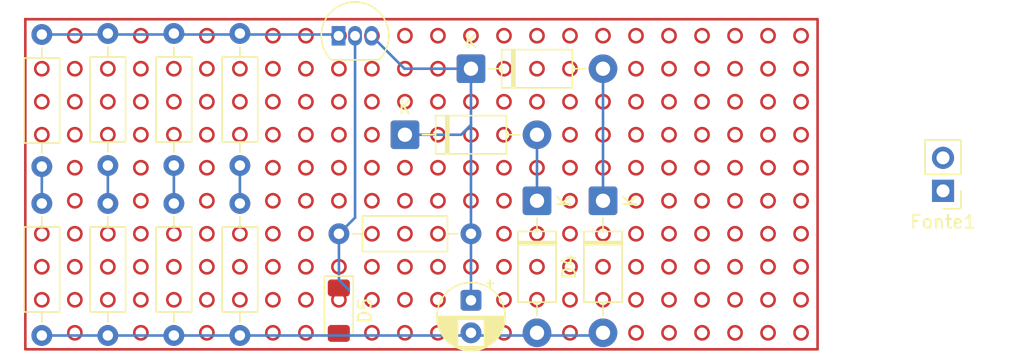
<source format=kicad_pcb>
(kicad_pcb (version 20241229) (generator "pcbnew") (generator_version "9.0")
  (layers (0 "F.Cu" signal) (2 "B.Cu" signal) (13 "F.Paste" user) (15 "B.Paste" user) (5 "F.SilkS" user "F.Silkscreen") (7 "B.SilkS" user "B.Silkscreen") (1 "F.Mask" user) (3 "B.Mask" user) (25 "Edge.Cuts" user))
  (net 0 "")
  (net 1 "Net-(D1-K)")
  (net 2 "GND")
  (net 3 "Net-(D1-A)")
  (net 4 "Net-(D3-A)")
  (net 5 "Net-(D5-K)")
  (net 6 "Net-(Q1-E)")
  (net 7 "Net-(R1-Pad2)")
  (net 8 "Net-(R2-Pad2)")
  (net 9 "Net-(R5-Pad2)")
  (net 10 "Net-(R7-Pad2)")
  (footprint "Diode_THT:D_DO-41_SOD81_P10.16mm_Horizontal" (layer "F.Cu") (at 174.498 82.042 -90)
    (property "Reference" "D4" (at 5.08 -2.47 90) (layer "F.SilkS"))
    (property "Value" "D")
    (fp_line (start 1.34 0) (end 2.36 0) (stroke (width 0.12)) (layer "F.SilkS"))
    (fp_line (start 8.82 0) (end 7.8 0) (stroke (width 0.12)) (layer "F.SilkS"))
    (fp_line (start 3.14 -1.47) (end 3.14 1.47) (stroke (width 0.12)) (layer "F.SilkS"))
    (fp_line (start 3.26 -1.47) (end 3.26 1.47) (stroke (width 0.12)) (layer "F.SilkS"))
    (fp_line (start 3.38 -1.47) (end 3.38 1.47) (stroke (width 0.12)) (layer "F.SilkS"))
    (fp_rect (start 2.36 -1.47) (end 7.8 1.47) (stroke (width 0.12)) (fill no) (layer "F.SilkS"))
    (fp_text user "K" (at 0 -2.1 90) (layer "F.SilkS"))
    (pad "1" thru_hole roundrect (at 0 0 270) (size 2.2 2.2) (drill 1.1) (layers "*.Cu" "*.Mask") (roundrect_rratio 0.113636) (net 4 "Net-(D3-A)"))
    (pad "2" thru_hole circle (at 10.16 0 270) (size 2.2 2.2) (drill 1.1) (layers "*.Cu" "*.Mask") (net 2 "GND"))
  )
  (footprint "Resistor_THT:R_Axial_DIN0207_L6.3mm_D2.5mm_P10.16mm_Horizontal" (layer "F.Cu") (at 146.558 82.25 -90)
    (property "Reference" "R4" (hide yes))
    (property "Value" "10R")
    (fp_line (start 1.04 0) (end 1.81 0) (stroke (width 0.12)) (layer "F.SilkS"))
    (fp_line (start 9.12 0) (end 8.35 0) (stroke (width 0.12)) (layer "F.SilkS"))
    (fp_rect (start 1.81 -1.37) (end 8.35 1.37) (stroke (width 0.12)) (fill no) (layer "F.SilkS"))
    (pad "1" thru_hole circle (at 0 0 270) (size 1.6 1.6) (drill 0.8) (layers "*.Cu" "*.Mask") (net 8 "Net-(R2-Pad2)"))
    (pad "2" thru_hole circle (at 10.16 0 270) (size 1.6 1.6) (drill 0.8) (layers "*.Cu" "*.Mask") (net 2 "GND"))
  )
  (footprint "Connector_PinHeader_2.54mm:PinHeader_1x02_P2.54mm_Vertical" (layer "F.Cu") (at 205.74 81.28 180)
    (property "Reference" "Fonte1" (at 0 -2.38 0) (layer "F.SilkS"))
    (property "Value" "Conn_01x02_Pin")
    (fp_line (start 1.38 1.27) (end 1.38 3.92) (stroke (width 0.12)) (layer "F.SilkS"))
    (fp_line (start -1.38 3.92) (end 1.38 3.92) (stroke (width 0.12)) (layer "F.SilkS"))
    (fp_line (start -1.38 1.27) (end 1.38 1.27) (stroke (width 0.12)) (layer "F.SilkS"))
    (fp_line (start -1.38 1.27) (end -1.38 3.92) (stroke (width 0.12)) (layer "F.SilkS"))
    (fp_line (start -1.38 0) (end -1.38 -1.38) (stroke (width 0.12)) (layer "F.SilkS"))
    (fp_line (start -1.38 -1.38) (end 0 -1.38) (stroke (width 0.12)) (layer "F.SilkS"))
    (pad "1" thru_hole rect (at 0 0 180) (size 1.7 1.7) (drill 1) (layers "*.Cu" "*.Mask") (net 4 "Net-(D3-A)"))
    (pad "2" thru_hole circle (at 0 2.54 180) (size 1.7 1.7) (drill 1) (layers "*.Cu" "*.Mask") (net 3 "Net-(D1-A)"))
  )
  (footprint "Resistor_THT:R_Axial_DIN0207_L6.3mm_D2.5mm_P10.16mm_Horizontal" (layer "F.Cu") (at 136.398 82.25 -90)
    (property "Reference" "R8" (hide yes))
    (property "Value" "10R")
    (fp_line (start 1.04 0) (end 1.81 0) (stroke (width 0.12)) (layer "F.SilkS"))
    (fp_line (start 9.12 0) (end 8.35 0) (stroke (width 0.12)) (layer "F.SilkS"))
    (fp_rect (start 1.81 -1.37) (end 8.35 1.37) (stroke (width 0.12)) (fill no) (layer "F.SilkS"))
    (pad "1" thru_hole circle (at 0 0 270) (size 1.6 1.6) (drill 0.8) (layers "*.Cu" "*.Mask") (net 10 "Net-(R7-Pad2)"))
    (pad "2" thru_hole circle (at 10.16 0 270) (size 1.6 1.6) (drill 0.8) (layers "*.Cu" "*.Mask") (net 2 "GND"))
  )
  (footprint "Diode_THT:D_DO-41_SOD81_P10.16mm_Horizontal" (layer "F.Cu") (at 179.578 82.042 -90)
    (property "Reference" "D2" (hide yes))
    (property "Value" "D")
    (fp_line (start 1.34 0) (end 2.36 0) (stroke (width 0.12)) (layer "F.SilkS"))
    (fp_line (start 8.82 0) (end 7.8 0) (stroke (width 0.12)) (layer "F.SilkS"))
    (fp_line (start 3.14 -1.47) (end 3.14 1.47) (stroke (width 0.12)) (layer "F.SilkS"))
    (fp_line (start 3.26 -1.47) (end 3.26 1.47) (stroke (width 0.12)) (layer "F.SilkS"))
    (fp_line (start 3.38 -1.47) (end 3.38 1.47) (stroke (width 0.12)) (layer "F.SilkS"))
    (fp_rect (start 2.36 -1.47) (end 7.8 1.47) (stroke (width 0.12)) (fill no) (layer "F.SilkS"))
    (fp_text user "K" (at 0 -2.1 90) (layer "F.SilkS"))
    (pad "1" thru_hole roundrect (at 0 0 270) (size 2.2 2.2) (drill 1.1) (layers "*.Cu" "*.Mask") (roundrect_rratio 0.113636) (net 3 "Net-(D1-A)"))
    (pad "2" thru_hole circle (at 10.16 0 270) (size 2.2 2.2) (drill 1.1) (layers "*.Cu" "*.Mask") (net 2 "GND"))
  )
  (footprint "Resistor_THT:R_Axial_DIN0207_L6.3mm_D2.5mm_P10.16mm_Horizontal" (layer "F.Cu") (at 151.638 69.17 -90)
    (property "Reference" "R1" (hide yes))
    (property "Value" "270R")
    (fp_line (start 1.04 0) (end 1.81 0) (stroke (width 0.12)) (layer "F.SilkS"))
    (fp_line (start 9.12 0) (end 8.35 0) (stroke (width 0.12)) (layer "F.SilkS"))
    (fp_rect (start 1.81 -1.37) (end 8.35 1.37) (stroke (width 0.12)) (fill no) (layer "F.SilkS"))
    (pad "1" thru_hole circle (at 0 0 270) (size 1.6 1.6) (drill 0.8) (layers "*.Cu" "*.Mask") (net 6 "Net-(Q1-E)"))
    (pad "2" thru_hole circle (at 10.16 0 270) (size 1.6 1.6) (drill 0.8) (layers "*.Cu" "*.Mask") (net 7 "Net-(R1-Pad2)"))
  )
  (footprint "Diode_THT:D_DO-41_SOD81_P10.16mm_Horizontal" (layer "F.Cu") (at 169.418 71.882)
    (property "Reference" "D1" (hide yes))
    (property "Value" "D")
    (fp_line (start 1.34 0) (end 2.36 0) (stroke (width 0.12)) (layer "F.SilkS"))
    (fp_line (start 3.14 -1.47) (end 3.14 1.47) (stroke (width 0.12)) (layer "F.SilkS"))
    (fp_line (start 3.26 -1.47) (end 3.26 1.47) (stroke (width 0.12)) (layer "F.SilkS"))
    (fp_line (start 3.38 -1.47) (end 3.38 1.47) (stroke (width 0.12)) (layer "F.SilkS"))
    (fp_line (start 8.82 0) (end 7.8 0) (stroke (width 0.12)) (layer "F.SilkS"))
    (fp_rect (start 2.36 -1.47) (end 7.8 1.47) (stroke (width 0.12)) (fill no) (layer "F.SilkS"))
    (fp_text user "K" (at 0 -2.1 0) (layer "F.SilkS"))
    (pad "1" thru_hole roundrect (at 0 0) (size 2.2 2.2) (drill 1.1) (layers "*.Cu" "*.Mask") (roundrect_rratio 0.113636) (net 1 "Net-(D1-K)"))
    (pad "2" thru_hole circle (at 10.16 0) (size 2.2 2.2) (drill 1.1) (layers "*.Cu" "*.Mask") (net 3 "Net-(D1-A)"))
  )
  (footprint "Resistor_THT:R_Axial_DIN0207_L6.3mm_D2.5mm_P10.16mm_Horizontal" (layer "F.Cu") (at 136.398 69.25 -90)
    (property "Reference" "R7" (hide yes))
    (property "Value" "270R")
    (fp_line (start 1.04 0) (end 1.81 0) (stroke (width 0.12)) (layer "F.SilkS"))
    (fp_line (start 9.12 0) (end 8.35 0) (stroke (width 0.12)) (layer "F.SilkS"))
    (fp_rect (start 1.81 -1.37) (end 8.35 1.37) (stroke (width 0.12)) (fill no) (layer "F.SilkS"))
    (pad "1" thru_hole circle (at 0 0 270) (size 1.6 1.6) (drill 0.8) (layers "*.Cu" "*.Mask") (net 6 "Net-(Q1-E)"))
    (pad "2" thru_hole circle (at 10.16 0 270) (size 1.6 1.6) (drill 0.8) (layers "*.Cu" "*.Mask") (net 10 "Net-(R7-Pad2)"))
  )
  (footprint "Capacitor_THT:CP_Radial_D5.0mm_P2.50mm" (layer "F.Cu") (at 169.418 89.702 -90)
    (property "Reference" "C1" (hide yes))
    (property "Value" "4000uF")
    (fp_line (start 1.49 1.04) (end 1.49 2.569) (stroke (width 0.12)) (layer "F.SilkS"))
    (fp_line (start 1.53 1.04) (end 1.53 2.565) (stroke (width 0.12)) (layer "F.SilkS"))
    (fp_line (start 1.57 1.04) (end 1.57 2.56) (stroke (width 0.12)) (layer "F.SilkS"))
    (fp_line (start 1.61 1.04) (end 1.61 2.555) (stroke (width 0.12)) (layer "F.SilkS"))
    (fp_line (start 1.65 1.04) (end 1.65 2.549) (stroke (width 0.12)) (layer "F.SilkS"))
    (fp_line (start 1.69 1.04) (end 1.69 2.543) (stroke (width 0.12)) (layer "F.SilkS"))
    (fp_line (start 1.73 1.04) (end 1.73 2.536) (stroke (width 0.12)) (layer "F.SilkS"))
    (fp_line (start 1.77 1.04) (end 1.77 2.528) (stroke (width 0.12)) (layer "F.SilkS"))
    (fp_line (start 1.81 1.04) (end 1.81 2.519) (stroke (width 0.12)) (layer "F.SilkS"))
    (fp_line (start 1.85 1.04) (end 1.85 2.51) (stroke (width 0.12)) (layer "F.SilkS"))
    (fp_line (start 1.89 1.04) (end 1.89 2.501) (stroke (width 0.12)) (layer "F.SilkS"))
    (fp_line (start 1.93 1.04) (end 1.93 2.49) (stroke (width 0.12)) (layer "F.SilkS"))
    (fp_line (start 1.97 1.04) (end 1.97 2.479) (stroke (width 0.12)) (layer "F.SilkS"))
    (fp_line (start 2.01 1.04) (end 2.01 2.467) (stroke (width 0.12)) (layer "F.SilkS"))
    (fp_line (start 2.05 1.04) (end 2.05 2.455) (stroke (width 0.12)) (layer "F.SilkS"))
    (fp_line (start 2.09 1.04) (end 2.09 2.442) (stroke (width 0.12)) (layer "F.SilkS"))
    (fp_line (start 2.13 1.04) (end 2.13 2.428) (stroke (width 0.12)) (layer "F.SilkS"))
    (fp_line (start 2.17 1.04) (end 2.17 2.413) (stroke (width 0.12)) (layer "F.SilkS"))
    (fp_line (start 2.21 1.04) (end 2.21 2.398) (stroke (width 0.12)) (layer "F.SilkS"))
    (fp_line (start 2.25 1.04) (end 2.25 2.382) (stroke (width 0.12)) (layer "F.SilkS"))
    (fp_line (start 2.29 1.04) (end 2.29 2.365) (stroke (width 0.12)) (layer "F.SilkS"))
    (fp_line (start 2.33 1.04) (end 2.33 2.347) (stroke (width 0.12)) (layer "F.SilkS"))
    (fp_line (start 2.37 1.04) (end 2.37 2.329) (stroke (width 0.12)) (layer "F.SilkS"))
    (fp_line (start 2.41 1.04) (end 2.41 2.309) (stroke (width 0.12)) (layer "F.SilkS"))
    (fp_line (start 2.45 1.04) (end 2.45 2.289) (stroke (width 0.12)) (layer "F.SilkS"))
    (fp_line (start 2.49 1.04) (end 2.49 2.268) (stroke (width 0.12)) (layer "F.SilkS"))
    (fp_line (start 2.53 1.04) (end 2.53 2.246) (stroke (width 0.12)) (layer "F.SilkS"))
    (fp_line (start 2.57 1.04) (end 2.57 2.223) (stroke (width 0.12)) (layer "F.SilkS"))
    (fp_line (start 2.61 1.04) (end 2.61 2.199) (stroke (width 0.12)) (layer "F.SilkS"))
    (fp_line (start 2.65 1.04) (end 2.65 2.175) (stroke (width 0.12)) (layer "F.SilkS"))
    (fp_line (start 2.69 1.04) (end 2.69 2.149) (stroke (width 0.12)) (layer "F.SilkS"))
    (fp_line (start 2.73 1.04) (end 2.73 2.122) (stroke (width 0.12)) (layer "F.SilkS"))
    (fp_line (start 2.77 1.04) (end 2.77 2.094) (stroke (width 0.12)) (layer "F.SilkS"))
    (fp_line (start 2.81 1.04) (end 2.81 2.065) (stroke (width 0.12)) (layer "F.SilkS"))
    (fp_line (start 2.85 1.04) (end 2.85 2.035) (stroke (width 0.12)) (layer "F.SilkS"))
    (fp_line (start 2.89 1.04) (end 2.89 2.003) (stroke (width 0.12)) (layer "F.SilkS"))
    (fp_line (start 2.93 1.04) (end 2.93 1.97) (stroke (width 0.12)) (layer "F.SilkS"))
    (fp_line (start 2.97 1.04) (end 2.97 1.936) (stroke (width 0.12)) (layer "F.SilkS"))
    (fp_line (start 3.01 1.04) (end 3.01 1.901) (stroke (width 0.12)) (layer "F.SilkS"))
    (fp_line (start 3.05 1.04) (end 3.05 1.864) (stroke (width 0.12)) (layer "F.SilkS"))
    (fp_line (start 3.09 1.04) (end 3.09 1.825) (stroke (width 0.12)) (layer "F.SilkS"))
    (fp_line (start 3.13 1.04) (end 3.13 1.785) (stroke (width 0.12)) (layer "F.SilkS"))
    (fp_line (start 3.17 1.04) (end 3.17 1.743) (stroke (width 0.12)) (layer "F.SilkS"))
    (fp_line (start 3.21 1.04) (end 3.21 1.699) (stroke (width 0.12)) (layer "F.SilkS"))
    (fp_line (start 3.25 1.04) (end 3.25 1.652) (stroke (width 0.12)) (layer "F.SilkS"))
    (fp_line (start 3.29 1.04) (end 3.29 1.604) (stroke (width 0.12)) (layer "F.SilkS"))
    (fp_line (start 3.33 1.04) (end 3.33 1.553) (stroke (width 0.12)) (layer "F.SilkS"))
    (fp_line (start 3.37 1.04) (end 3.37 1.499) (stroke (width 0.12)) (layer "F.SilkS"))
    (fp_line (start 3.41 1.04) (end 3.41 1.443) (stroke (width 0.12)) (layer "F.SilkS"))
    (fp_line (start 3.45 1.04) (end 3.45 1.383) (stroke (width 0.12)) (layer "F.SilkS"))
    (fp_line (start 3.49 1.04) (end 3.49 1.319) (stroke (width 0.12)) (layer "F.SilkS"))
    (fp_line (start 3.53 1.04) (end 3.53 1.251) (stroke (width 0.12)) (layer "F.SilkS"))
    (fp_line (start 3.85 -0.283) (end 3.85 0.283) (stroke (width 0.12)) (layer "F.SilkS"))
    (fp_line (start 3.81 -0.517) (end 3.81 0.517) (stroke (width 0.12)) (layer "F.SilkS"))
    (fp_line (start 3.77 -0.677) (end 3.77 0.677) (stroke (width 0.12)) (layer "F.SilkS"))
    (fp_line (start 3.73 -0.805) (end 3.73 0.805) (stroke (width 0.12)) (layer "F.SilkS"))
    (fp_line (start 3.69 -0.914) (end 3.69 0.914) (stroke (width 0.12)) (layer "F.SilkS"))
    (fp_line (start 3.65 -1.011) (end 3.65 1.011) (stroke (width 0.12)) (layer "F.SilkS"))
    (fp_line (start 3.61 -1.098) (end 3.61 1.098) (stroke (width 0.12)) (layer "F.SilkS"))
    (fp_line (start 3.57 -1.177) (end 3.57 1.177) (stroke (width 0.12)) (layer "F.SilkS"))
    (fp_line (start 3.53 -1.251) (end 3.53 -1.04) (stroke (width 0.12)) (layer "F.SilkS"))
    (fp_line (start 3.49 -1.319) (end 3.49 -1.04) (stroke (width 0.12)) (layer "F.SilkS"))
    (fp_line (start 3.45 -1.383) (end 3.45 -1.04) (stroke (width 0.12)) (layer "F.SilkS"))
    (fp_line (start 3.41 -1.443) (end 3.41 -1.04) (stroke (width 0.12)) (layer "F.SilkS"))
    (fp_line (start -1.554775 -1.475) (end -1.054775 -1.475) (stroke (width 0.12)) (layer "F.SilkS"))
    (fp_line (start 3.37 -1.499) (end 3.37 -1.04) (stroke (width 0.12)) (layer "F.SilkS"))
    (fp_line (start 3.33 -1.553) (end 3.33 -1.04) (stroke (width 0.12)) (layer "F.SilkS"))
    (fp_line (start 3.29 -1.604) (end 3.29 -1.04) (stroke (width 0.12)) (layer "F.SilkS"))
    (fp_line (start 3.25 -1.652) (end 3.25 -1.04) (stroke (width 0.12)) (layer "F.SilkS"))
    (fp_line (start 3.21 -1.699) (end 3.21 -1.04) (stroke (width 0.12)) (layer "F.SilkS"))
    (fp_line (start -1.304775 -1.725) (end -1.304775 -1.225) (stroke (width 0.12)) (layer "F.SilkS"))
    (fp_line (start 3.17 -1.743) (end 3.17 -1.04) (stroke (width 0.12)) (layer "F.SilkS"))
    (fp_line (start 3.13 -1.785) (end 3.13 -1.04) (stroke (width 0.12)) (layer "F.SilkS"))
    (fp_line (start 3.09 -1.825) (end 3.09 -1.04) (stroke (width 0.12)) (layer "F.SilkS"))
    (fp_line (start 3.05 -1.864) (end 3.05 -1.04) (stroke (width 0.12)) (layer "F.SilkS"))
    (fp_line (start 3.01 -1.901) (end 3.01 -1.04) (stroke (width 0.12)) (layer "F.SilkS"))
    (fp_line (start 2.97 -1.936) (end 2.97 -1.04) (stroke (width 0.12)) (layer "F.SilkS"))
    (fp_line (start 2.93 -1.97) (end 2.93 -1.04) (stroke (width 0.12)) (layer "F.SilkS"))
    (fp_line (start 2.89 -2.003) (end 2.89 -1.04) (stroke (width 0.12)) (layer "F.SilkS"))
    (fp_line (start 2.85 -2.035) (end 2.85 -1.04) (stroke (width 0.12)) (layer "F.SilkS"))
    (fp_line (start 2.81 -2.065) (end 2.81 -1.04) (stroke (width 0.12)) (layer "F.SilkS"))
    (fp_line (start 2.77 -2.094) (end 2.77 -1.04) (stroke (width 0.12)) (layer "F.SilkS"))
    (fp_line (start 2.73 -2.122) (end 2.73 -1.04) (stroke (width 0.12)) (layer "F.SilkS"))
    (fp_line (start 2.69 -2.149) (end 2.69 -1.04) (stroke (width 0.12)) (layer "F.SilkS"))
    (fp_line (start 2.65 -2.175) (end 2.65 -1.04) (stroke (width 0.12)) (layer "F.SilkS"))
    (fp_line (start 2.61 -2.199) (end 2.61 -1.04) (stroke (width 0.12)) (layer "F.SilkS"))
    (fp_line (start 2.57 -2.223) (end 2.57 -1.04) (stroke (width 0.12)) (layer "F.SilkS"))
    (fp_line (start 2.53 -2.246) (end 2.53 -1.04) (stroke (width 0.12)) (layer "F.SilkS"))
    (fp_line (start 2.49 -2.268) (end 2.49 -1.04) (stroke (width 0.12)) (layer "F.SilkS"))
    (fp_line (start 2.45 -2.289) (end 2.45 -1.04) (stroke (width 0.12)) (layer "F.SilkS"))
    (fp_line (start 2.41 -2.309) (end 2.41 -1.04) (stroke (width 0.12)) (layer "F.SilkS"))
    (fp_line (start 2.37 -2.329) (end 2.37 -1.04) (stroke (width 0.12)) (layer "F.SilkS"))
    (fp_line (start 2.33 -2.347) (end 2.33 -1.04) (stroke (width 0.12)) (layer "F.SilkS"))
    (fp_line (start 2.29 -2.365) (end 2.29 -1.04) (stroke (width 0.12)) (layer "F.SilkS"))
    (fp_line (start 2.25 -2.382) (end 2.25 -1.04) (stroke (width 0.12)) (layer "F.SilkS"))
    (fp_line (start 2.21 -2.398) (end 2.21 -1.04) (stroke (width 0.12)) (layer "F.SilkS"))
    (fp_line (start 2.17 -2.413) (end 2.17 -1.04) (stroke (width 0.12)) (layer "F.SilkS"))
    (fp_line (start 2.13 -2.428) (end 2.13 -1.04) (stroke (width 0.12)) (layer "F.SilkS"))
    (fp_line (start 2.09 -2.442) (end 2.09 -1.04) (stroke (width 0.12)) (layer "F.SilkS"))
    (fp_line (start 2.05 -2.455) (end 2.05 -1.04) (stroke (width 0.12)) (layer "F.SilkS"))
    (fp_line (start 2.01 -2.467) (end 2.01 -1.04) (stroke (width 0.12)) (layer "F.SilkS"))
    (fp_line (start 1.97 -2.479) (end 1.97 -1.04) (stroke (width 0.12)) (layer "F.SilkS"))
    (fp_line (start 1.93 -2.49) (end 1.93 -1.04) (stroke (width 0.12)) (layer "F.SilkS"))
    (fp_line (start 1.89 -2.501) (end 1.89 -1.04) (stroke (width 0.12)) (layer "F.SilkS"))
    (fp_line (start 1.85 -2.51) (end 1.85 -1.04) (stroke (width 0.12)) (layer "F.SilkS"))
    (fp_line (start 1.81 -2.519) (end 1.81 -1.04) (stroke (width 0.12)) (layer "F.SilkS"))
    (fp_line (start 1.77 -2.528) (end 1.77 -1.04) (stroke (width 0.12)) (layer "F.SilkS"))
    (fp_line (start 1.73 -2.536) (end 1.73 -1.04) (stroke (width 0.12)) (layer "F.SilkS"))
    (fp_line (start 1.69 -2.543) (end 1.69 -1.04) (stroke (width 0.12)) (layer "F.SilkS"))
    (fp_line (start 1.65 -2.549) (end 1.65 -1.04) (stroke (width 0.12)) (layer "F.SilkS"))
    (fp_line (start 1.61 -2.555) (end 1.61 -1.04) (stroke (width 0.12)) (layer "F.SilkS"))
    (fp_line (start 1.57 -2.56) (end 1.57 -1.04) (stroke (width 0.12)) (layer "F.SilkS"))
    (fp_line (start 1.53 -2.565) (end 1.53 -1.04) (stroke (width 0.12)) (layer "F.SilkS"))
    (fp_line (start 1.49 -2.569) (end 1.49 -1.04) (stroke (width 0.12)) (layer "F.SilkS"))
    (fp_line (start 1.45 -2.572) (end 1.45 2.572) (stroke (width 0.12)) (layer "F.SilkS"))
    (fp_line (start 1.41 -2.575) (end 1.41 2.575) (stroke (width 0.12)) (layer "F.SilkS"))
    (fp_line (start 1.37 -2.577) (end 1.37 2.577) (stroke (width 0.12)) (layer "F.SilkS"))
    (fp_line (start 1.33 -2.579) (end 1.33 2.579) (stroke (width 0.12)) (layer "F.SilkS"))
    (fp_line (start 1.25 -2.58) (end 1.25 2.58) (stroke (width 0.12)) (layer "F.SilkS"))
    (fp_line (start 1.29 -2.58) (end 1.29 2.58) (stroke (width 0.12)) (layer "F.SilkS"))
    (fp_circle (center 1.25 0) (end 3.87 0) (stroke (width 0.12)) (fill no) (layer "F.SilkS"))
    (pad "1" thru_hole roundrect (at 0 0 270) (size 1.6 1.6) (drill 0.8) (layers "*.Cu" "*.Mask") (roundrect_rratio 0.15625) (net 1 "Net-(D1-K)"))
    (pad "2" thru_hole circle (at 2.5 0 270) (size 1.6 1.6) (drill 0.8) (layers "*.Cu" "*.Mask") (net 2 "GND"))
  )
  (footprint "Resistor_THT:R_Axial_DIN0207_L6.3mm_D2.5mm_P10.16mm_Horizontal" (layer "F.Cu") (at 169.418 84.582 180)
    (property "Reference" "R9" (hide yes))
    (property "Value" "390R")
    (fp_line (start 9.12 0) (end 8.35 0) (stroke (width 0.12)) (layer "F.SilkS"))
    (fp_line (start 1.04 0) (end 1.81 0) (stroke (width 0.12)) (layer "F.SilkS"))
    (fp_rect (start 1.81 -1.37) (end 8.35 1.37) (stroke (width 0.12)) (fill no) (layer "F.SilkS"))
    (pad "1" thru_hole circle (at 0 0 180) (size 1.6 1.6) (drill 0.8) (layers "*.Cu" "*.Mask") (net 1 "Net-(D1-K)"))
    (pad "2" thru_hole circle (at 10.16 0 180) (size 1.6 1.6) (drill 0.8) (layers "*.Cu" "*.Mask") (net 5 "Net-(D5-K)"))
  )
  (footprint "Diode_THT:D_DO-41_SOD81_P10.16mm_Horizontal" (layer "F.Cu") (at 164.338 76.962)
    (property "Reference" "D3" (hide yes))
    (property "Value" "D")
    (fp_line (start 1.34 0) (end 2.36 0) (stroke (width 0.12)) (layer "F.SilkS"))
    (fp_line (start 3.14 -1.47) (end 3.14 1.47) (stroke (width 0.12)) (layer "F.SilkS"))
    (fp_line (start 3.26 -1.47) (end 3.26 1.47) (stroke (width 0.12)) (layer "F.SilkS"))
    (fp_line (start 3.38 -1.47) (end 3.38 1.47) (stroke (width 0.12)) (layer "F.SilkS"))
    (fp_line (start 8.82 0) (end 7.8 0) (stroke (width 0.12)) (layer "F.SilkS"))
    (fp_rect (start 2.36 -1.47) (end 7.8 1.47) (stroke (width 0.12)) (fill no) (layer "F.SilkS"))
    (fp_text user "K" (at 0 -2.1 0) (layer "F.SilkS"))
    (pad "1" thru_hole roundrect (at 0 0) (size 2.2 2.2) (drill 1.1) (layers "*.Cu" "*.Mask") (roundrect_rratio 0.113636) (net 1 "Net-(D1-K)"))
    (pad "2" thru_hole circle (at 10.16 0) (size 2.2 2.2) (drill 1.1) (layers "*.Cu" "*.Mask") (net 4 "Net-(D3-A)"))
  )
  (footprint "Resistor_THT:R_Axial_DIN0207_L6.3mm_D2.5mm_P10.16mm_Horizontal" (layer "F.Cu") (at 146.558 69.17 -90)
    (property "Reference" "R2" (hide yes))
    (property "Value" "270R")
    (fp_line (start 1.04 0) (end 1.81 0) (stroke (width 0.12)) (layer "F.SilkS"))
    (fp_line (start 9.12 0) (end 8.35 0) (stroke (width 0.12)) (layer "F.SilkS"))
    (fp_rect (start 1.81 -1.37) (end 8.35 1.37) (stroke (width 0.12)) (fill no) (layer "F.SilkS"))
    (pad "1" thru_hole circle (at 0 0 270) (size 1.6 1.6) (drill 0.8) (layers "*.Cu" "*.Mask") (net 6 "Net-(Q1-E)"))
    (pad "2" thru_hole circle (at 10.16 0 270) (size 1.6 1.6) (drill 0.8) (layers "*.Cu" "*.Mask") (net 8 "Net-(R2-Pad2)"))
  )
  (footprint "Resistor_THT:R_Axial_DIN0207_L6.3mm_D2.5mm_P10.16mm_Horizontal" (layer "F.Cu") (at 141.478 69.17 -90)
    (property "Reference" "R5" (hide yes))
    (property "Value" "270R")
    (fp_line (start 1.04 0) (end 1.81 0) (stroke (width 0.12)) (layer "F.SilkS"))
    (fp_line (start 9.12 0) (end 8.35 0) (stroke (width 0.12)) (layer "F.SilkS"))
    (fp_rect (start 1.81 -1.37) (end 8.35 1.37) (stroke (width 0.12)) (fill no) (layer "F.SilkS"))
    (pad "1" thru_hole circle (at 0 0 270) (size 1.6 1.6) (drill 0.8) (layers "*.Cu" "*.Mask") (net 6 "Net-(Q1-E)"))
    (pad "2" thru_hole circle (at 10.16 0 270) (size 1.6 1.6) (drill 0.8) (layers "*.Cu" "*.Mask") (net 9 "Net-(R5-Pad2)"))
  )
  (footprint "Resistor_THT:R_Axial_DIN0207_L6.3mm_D2.5mm_P10.16mm_Horizontal" (layer "F.Cu") (at 151.638 82.25 -90)
    (property "Reference" "R3" (hide yes))
    (property "Value" "10R")
    (fp_line (start 1.04 0) (end 1.81 0) (stroke (width 0.12)) (layer "F.SilkS"))
    (fp_line (start 9.12 0) (end 8.35 0) (stroke (width 0.12)) (layer "F.SilkS"))
    (fp_rect (start 1.81 -1.37) (end 8.35 1.37) (stroke (width 0.12)) (fill no) (layer "F.SilkS"))
    (pad "1" thru_hole circle (at 0 0 270) (size 1.6 1.6) (drill 0.8) (layers "*.Cu" "*.Mask") (net 7 "Net-(R1-Pad2)"))
    (pad "2" thru_hole circle (at 10.16 0 270) (size 1.6 1.6) (drill 0.8) (layers "*.Cu" "*.Mask") (net 2 "GND"))
  )
  (footprint "Resistor_THT:R_Axial_DIN0207_L6.3mm_D2.5mm_P10.16mm_Horizontal" (layer "F.Cu") (at 141.478 82.25 -90)
    (property "Reference" "R6" (hide yes))
    (property "Value" "10R")
    (fp_line (start 1.04 0) (end 1.81 0) (stroke (width 0.12)) (layer "F.SilkS"))
    (fp_line (start 9.12 0) (end 8.35 0) (stroke (width 0.12)) (layer "F.SilkS"))
    (fp_rect (start 1.81 -1.37) (end 8.35 1.37) (stroke (width 0.12)) (fill no) (layer "F.SilkS"))
    (pad "1" thru_hole circle (at 0 0 270) (size 1.6 1.6) (drill 0.8) (layers "*.Cu" "*.Mask") (net 9 "Net-(R5-Pad2)"))
    (pad "2" thru_hole circle (at 10.16 0 270) (size 1.6 1.6) (drill 0.8) (layers "*.Cu" "*.Mask") (net 2 "GND"))
  )
  (footprint "Diode_SMD:D_MiniMELF" (layer "F.Cu") (at 159.25 90.5 -90)
    (property "Reference" "D5" (at 0 -2 90) (layer "F.SilkS"))
    (property "Value" "D_Zener")
    (fp_line (start -2.66 1.11) (end 1.75 1.11) (stroke (width 0.12)) (layer "F.SilkS"))
    (fp_line (start -2.66 -1.11) (end -2.66 1.11) (stroke (width 0.12)) (layer "F.SilkS"))
    (fp_line (start 1.75 -1.11) (end -2.66 -1.11) (stroke (width 0.12)) (layer "F.SilkS"))
    (pad "1" smd roundrect (at -1.75 0 270) (size 1.3 1.7) (layers "F.Cu" "F.Mask" "F.Paste") (roundrect_rratio 0.1923076923) (net 5 "Net-(D5-K)"))
    (pad "2" smd roundrect (at 1.75 0 270) (size 1.3 1.7) (layers "F.Cu" "F.Mask" "F.Paste") (roundrect_rratio 0.1923076923) (net 2 "GND"))
  )
  (footprint "Package_TO_SOT_THT:TO-92_Inline" (layer "F.Cu") (at 159.23 69.35)
    (property "Reference" "Q1" (hide yes))
    (property "Value" "S8050")
    (fp_line (start -0.53 1.85) (end 3.07 1.85) (stroke (width 0.12)) (layer "F.SilkS"))
    (fp_arc (start -0.568478 1.838478) (mid -1.132087 -0.994977) (end 1.27 -2.6) (stroke (width 0.12)) (layer "F.SilkS"))
    (fp_arc (start 1.27 -2.6) (mid 3.672087 -0.994977) (end 3.108478 1.838478) (stroke (width 0.12)) (layer "F.SilkS"))
    (pad "1" thru_hole rect (at 0 0) (size 1.05 1.5) (drill 0.75) (layers "*.Cu" "*.Mask") (net 6 "Net-(Q1-E)"))
    (pad "2" thru_hole oval (at 1.27 0) (size 1.05 1.5) (drill 0.75) (layers "*.Cu" "*.Mask") (net 5 "Net-(D5-K)"))
    (pad "3" thru_hole oval (at 2.54 0) (size 1.05 1.5) (drill 0.75) (layers "*.Cu" "*.Mask") (net 1 "Net-(D1-K)"))
  )
  (gr_circle (center 156.718 92.202) (end 156.718 91.694) (stroke (width 0.2)) (fill no) (layer "F.Cu"))
  (gr_circle (center 171.958 74.422) (end 171.958 73.914) (stroke (width 0.2)) (fill no) (layer "F.Cu") (net 1))
  (gr_circle (center 187.198 82.042) (end 187.198 81.534) (stroke (width 0.2)) (fill no) (layer "F.Cu") (net 3))
  (gr_circle (center 192.278 84.582) (end 192.278 84.074) (stroke (width 0.2)) (fill no) (layer "F.Cu"))
  (gr_circle (center 161.798 76.962) (end 161.798 76.454) (stroke (width 0.2)) (fill no) (layer "F.Cu"))
  (gr_circle (center 184.658 87.122) (end 184.658 86.614) (stroke (width 0.2)) (fill no) (layer "F.Cu"))
  (gr_circle (center 149.098 74.422) (end 149.098 73.914) (stroke (width 0.2)) (fill no) (layer "F.Cu"))
  (gr_circle (center 154.178 69.342) (end 154.178 68.834) (stroke (width 0.2)) (fill no) (layer "F.Cu"))
  (gr_circle (center 141.478 92.202) (end 141.478 91.694) (stroke (width 0.2)) (fill no) (layer "F.Cu") (net 2))
  (gr_circle (center 146.558 79.502) (end 146.558 78.994) (stroke (width 0.2)) (fill no) (layer "F.Cu") (net 2))
  (gr_circle (center 149.098 82.042) (end 149.098 81.534) (stroke (width 0.2)) (fill no) (layer "F.Cu"))
  (gr_circle (center 179.578 69.342) (end 179.578 68.834) (stroke (width 0.2)) (fill no) (layer "F.Cu"))
  (gr_circle (center 169.418 87.122) (end 169.418 86.614) (stroke (width 0.2)) (fill no) (layer "F.Cu") (net 1))
  (gr_circle (center 169.418 74.422) (end 169.418 73.914) (stroke (width 0.2)) (fill no) (layer "F.Cu") (net 1))
  (gr_circle (center 184.658 76.962) (end 184.658 76.454) (stroke (width 0.2)) (fill no) (layer "F.Cu"))
  (gr_circle (center 159.258 92.202) (end 159.258 91.694) (stroke (width 0.2)) (fill no) (layer "F.Cu") (net 2))
  (gr_circle (center 159.258 82.042) (end 159.258 81.534) (stroke (width 0.2)) (fill no) (layer "F.Cu"))
  (gr_circle (center 194.818 84.582) (end 194.818 84.074) (stroke (width 0.2)) (fill no) (layer "F.Cu") (net 1))
  (gr_circle (center 194.818 69.342) (end 194.818 68.834) (stroke (width 0.2)) (fill no) (layer "F.Cu") (net 2))
  (gr_circle (center 159.258 69.342) (end 159.258 68.834) (stroke (width 0.2)) (fill no) (layer "F.Cu") (net 6))
  (gr_circle (center 136.398 74.422) (end 136.398 73.914) (stroke (width 0.2)) (fill no) (layer "F.Cu"))
  (gr_circle (center 154.178 71.882) (end 154.178 71.374) (stroke (width 0.2)) (fill no) (layer "F.Cu"))
  (gr_circle (center 151.638 76.962) (end 151.638 76.454) (stroke (width 0.2)) (fill no) (layer "F.Cu"))
  (gr_circle (center 174.498 82.042) (end 174.498 81.534) (stroke (width 0.2)) (fill no) (layer "F.Cu") (net 4))
  (gr_circle (center 164.338 74.422) (end 164.338 73.914) (stroke (width 0.2)) (fill no) (layer "F.Cu") (net 6))
  (gr_circle (center 146.558 74.422) (end 146.558 73.914) (stroke (width 0.2)) (fill no) (layer "F.Cu"))
  (gr_circle (center 174.498 74.422) (end 174.498 73.914) (stroke (width 0.2)) (fill no) (layer "F.Cu"))
  (gr_circle (center 159.258 71.882) (end 159.258 71.374) (stroke (width 0.2)) (fill no) (layer "F.Cu"))
  (gr_circle (center 187.198 79.502) (end 187.198 78.994) (stroke (width 0.2)) (fill no) (layer "F.Cu"))
  (gr_circle (center 164.338 69.342) (end 164.338 68.834) (stroke (width 0.2)) (fill no) (layer "F.Cu"))
  (gr_circle (center 151.638 71.882) (end 151.638 71.374) (stroke (width 0.2)) (fill no) (layer "F.Cu"))
  (gr_circle (center 164.338 89.662) (end 164.338 89.154) (stroke (width 0.2)) (fill no) (layer "F.Cu"))
  (gr_circle (center 174.498 87.122) (end 174.498 86.614) (stroke (width 0.2)) (fill no) (layer "F.Cu"))
  (gr_circle (center 169.418 89.662) (end 169.418 89.154) (stroke (width 0.2)) (fill no) (layer "F.Cu") (net 1))
  (gr_circle (center 156.718 76.962) (end 156.718 76.454) (stroke (width 0.2)) (fill no) (layer "F.Cu"))
  (gr_circle (center 164.338 71.882) (end 164.338 71.374) (stroke (width 0.2)) (fill no) (layer "F.Cu") (net 1))
  (gr_circle (center 161.798 71.882) (end 161.798 71.374) (stroke (width 0.2)) (fill no) (layer "F.Cu"))
  (gr_circle (center 166.878 79.502) (end 166.878 78.994) (stroke (width 0.2)) (fill no) (layer "F.Cu"))
  (gr_circle (center 146.558 84.582) (end 146.558 84.074) (stroke (width 0.2)) (fill no) (layer "F.Cu") (net 6))
  (gr_circle (center 156.718 89.662) (end 156.718 89.154) (stroke (width 0.2)) (fill no) (layer "F.Cu"))
  (gr_circle (center 159.258 89.662) (end 159.258 89.154) (stroke (width 0.2)) (fill no) (layer "F.Cu") (net 5))
  (gr_circle (center 184.658 74.422) (end 184.658 73.914) (stroke (width 0.2)) (fill no) (layer "F.Cu") (net 3))
  (gr_circle (center 144.018 89.662) (end 144.018 89.154) (stroke (width 0.2)) (fill no) (layer "F.Cu"))
  (gr_circle (center 192.278 76.962) (end 192.278 76.454) (stroke (width 0.2)) (fill no) (layer "F.Cu"))
  (gr_circle (center 179.578 71.882) (end 179.578 71.374) (stroke (width 0.2)) (fill no) (layer "F.Cu") (net 1))
  (gr_circle (center 138.938 84.582) (end 138.938 84.074) (stroke (width 0.2)) (fill no) (layer "F.Cu"))
  (gr_circle (center 164.338 84.582) (end 164.338 84.074) (stroke (width 0.2)) (fill no) (layer "F.Cu"))
  (gr_circle (center 138.938 79.502) (end 138.938 78.994) (stroke (width 0.2)) (fill no) (layer "F.Cu"))
  (gr_circle (center 171.958 71.882) (end 171.958 71.374) (stroke (width 0.2)) (fill no) (layer "F.Cu"))
  (gr_circle (center 156.718 71.882) (end 156.718 71.374) (stroke (width 0.2)) (fill no) (layer "F.Cu"))
  (gr_circle (center 187.198 74.422) (end 187.198 73.914) (stroke (width 0.2)) (fill no) (layer "F.Cu"))
  (gr_circle (center 189.738 71.882) (end 189.738 71.374) (stroke (width 0.2)) (fill no) (layer "F.Cu"))
  (gr_circle (center 154.178 76.962) (end 154.178 76.454) (stroke (width 0.2)) (fill no) (layer "F.Cu"))
  (gr_circle (center 149.098 79.502) (end 149.098 78.994) (stroke (width 0.2)) (fill no) (layer "F.Cu"))
  (gr_circle (center 151.638 79.502) (end 151.638 78.994) (stroke (width 0.2)) (fill no) (layer "F.Cu") (net 2))
  (gr_circle (center 189.738 82.042) (end 189.738 81.534) (stroke (width 0.2)) (fill no) (layer "F.Cu"))
  (gr_circle (center 151.638 89.662) (end 151.638 89.154) (stroke (width 0.2)) (fill no) (layer "F.Cu"))
  (gr_circle (center 182.118 87.122) (end 182.118 86.614) (stroke (width 0.2)) (fill no) (layer "F.Cu"))
  (gr_circle (center 144.018 74.422) (end 144.018 73.914) (stroke (width 0.2)) (fill no) (layer "F.Cu"))
  (gr_circle (center 169.418 76.962) (end 169.418 76.454) (stroke (width 0.2)) (fill no) (layer "F.Cu") (net 1))
  (gr_circle (center 144.018 71.882) (end 144.018 71.374) (stroke (width 0.2)) (fill no) (layer "F.Cu"))
  (gr_circle (center 136.398 82.042) (end 136.398 81.534) (stroke (width 0.2)) (fill no) (layer "F.Cu") (net 10))
  (gr_circle (center 174.498 89.662) (end 174.498 89.154) (stroke (width 0.2)) (fill no) (layer "F.Cu"))
  (gr_circle (center 184.658 71.882) (end 184.658 71.374) (stroke (width 0.2)) (fill no) (layer "F.Cu"))
  (gr_circle (center 192.278 71.882) (end 192.278 71.374) (stroke (width 0.2)) (fill no) (layer "F.Cu") (net 3))
  (gr_circle (center 171.958 89.662) (end 171.958 89.154) (stroke (width 0.2)) (fill no) (layer "F.Cu"))
  (gr_circle (center 169.418 69.342) (end 169.418 68.834) (stroke (width 0.2)) (fill no) (layer "F.Cu"))
  (gr_circle (center 149.098 71.882) (end 149.098 71.374) (stroke (width 0.2)) (fill no) (layer "F.Cu"))
  (gr_circle (center 138.938 92.202) (end 138.938 91.694) (stroke (width 0.2)) (fill no) (layer "F.Cu"))
  (gr_circle (center 154.178 87.122) (end 154.178 86.614) (stroke (width 0.2)) (fill no) (layer "F.Cu"))
  (gr_circle (center 149.098 92.202) (end 149.098 91.694) (stroke (width 0.2)) (fill no) (layer "F.Cu"))
  (gr_circle (center 179.578 79.502) (end 179.578 78.994) (stroke (width 0.2)) (fill no) (layer "F.Cu") (net 4))
  (gr_circle (center 146.558 71.882) (end 146.558 71.374) (stroke (width 0.2)) (fill no) (layer "F.Cu"))
  (gr_circle (center 174.498 79.502) (end 174.498 78.994) (stroke (width 0.2)) (fill no) (layer "F.Cu") (net 1))
  (gr_circle (center 144.018 79.502) (end 144.018 78.994) (stroke (width 0.2)) (fill no) (layer "F.Cu"))
  (gr_circle (center 194.818 76.962) (end 194.818 76.454) (stroke (width 0.2)) (fill no) (layer "F.Cu") (net 3))
  (gr_circle (center 154.178 74.422) (end 154.178 73.914) (stroke (width 0.2)) (fill no) (layer "F.Cu"))
  (gr_circle (center 194.818 79.502) (end 194.818 78.994) (stroke (width 0.2)) (fill no) (layer "F.Cu") (net 3))
  (gr_circle (center 161.798 79.502) (end 161.798 78.994) (stroke (width 0.2)) (fill no) (layer "F.Cu"))
  (gr_circle (center 166.878 84.582) (end 166.878 84.074) (stroke (width 0.2)) (fill no) (layer "F.Cu") (net 5))
  (gr_circle (center 141.478 69.342) (end 141.478 68.834) (stroke (width 0.2)) (fill no) (layer "F.Cu") (net 10))
  (gr_circle (center 184.658 79.502) (end 184.658 78.994) (stroke (width 0.2)) (fill no) (layer "F.Cu") (net 4))
  (gr_circle (center 159.258 76.962) (end 159.258 76.454) (stroke (width 0.2)) (fill no) (layer "F.Cu"))
  (gr_circle (center 179.578 92.202) (end 179.578 91.694) (stroke (width 0.2)) (fill no) (layer "F.Cu") (net 1))
  (gr_circle (center 154.178 79.502) (end 154.178 78.994) (stroke (width 0.2)) (fill no) (layer "F.Cu"))
  (gr_circle (center 169.418 82.042) (end 169.418 81.534) (stroke (width 0.2)) (fill no) (layer "F.Cu"))
  (gr_circle (center 144.018 76.962) (end 144.018 76.454) (stroke (width 0.2)) (fill no) (layer "F.Cu"))
  (gr_circle (center 189.738 87.122) (end 189.738 86.614) (stroke (width 0.2)) (fill no) (layer "F.Cu"))
  (gr_circle (center 166.878 71.882) (end 166.878 71.374) (stroke (width 0.2)) (fill no) (layer "F.Cu") (net 1))
  (gr_circle (center 171.958 79.502) (end 171.958 78.994) (stroke (width 0.2)) (fill no) (layer "F.Cu") (net 1))
  (gr_circle (center 182.118 71.882) (end 182.118 71.374) (stroke (width 0.2)) (fill no) (layer "F.Cu"))
  (gr_circle (center 179.578 84.582) (end 179.578 84.074) (stroke (width 0.2)) (fill no) (layer "F.Cu") (net 4))
  (gr_circle (center 138.938 89.662) (end 138.938 89.154) (stroke (width 0.2)) (fill no) (layer "F.Cu"))
  (gr_circle (center 166.878 92.202) (end 166.878 91.694) (stroke (width 0.2)) (fill no) (layer "F.Cu"))
  (gr_circle (center 177.038 82.042) (end 177.038 81.534) (stroke (width 0.2)) (fill no) (layer "F.Cu"))
  (gr_circle (center 169.418 79.502) (end 169.418 78.994) (stroke (width 0.2)) (fill no) (layer "F.Cu") (net 1))
  (gr_circle (center 146.558 89.662) (end 146.558 89.154) (stroke (width 0.2)) (fill no) (layer "F.Cu"))
  (gr_circle (center 184.658 89.662) (end 184.658 89.154) (stroke (width 0.2)) (fill no) (layer "F.Cu") (net 4))
  (gr_circle (center 189.738 79.502) (end 189.738 78.994) (stroke (width 0.2)) (fill no) (layer "F.Cu") (net 1))
  (gr_circle (center 161.798 74.422) (end 161.798 73.914) (stroke (width 0.2)) (fill no) (layer "F.Cu"))
  (gr_circle (center 161.798 69.342) (end 161.798 68.834) (stroke (width 0.2)) (fill no) (layer "F.Cu") (net 1))
  (gr_circle (center 141.478 74.422) (end 141.478 73.914) (stroke (width 0.2)) (fill no) (layer "F.Cu"))
  (gr_circle (center 138.938 76.962) (end 138.938 76.454) (stroke (width 0.2)) (fill no) (layer "F.Cu"))
  (gr_circle (center 187.198 92.202) (end 187.198 91.694) (stroke (width 0.2)) (fill no) (layer "F.Cu"))
  (gr_circle (center 182.118 76.962) (end 182.118 76.454) (stroke (width 0.2)) (fill no) (layer "F.Cu"))
  (gr_circle (center 136.398 89.662) (end 136.398 89.154) (stroke (width 0.2)) (fill no) (layer "F.Cu"))
  (gr_circle (center 166.878 76.962) (end 166.878 76.454) (stroke (width 0.2)) (fill no) (layer "F.Cu") (net 6))
  (gr_circle (center 164.338 87.122) (end 164.338 86.614) (stroke (width 0.2)) (fill no) (layer "F.Cu") (net 5))
  (gr_circle (center 151.638 69.342) (end 151.638 68.834) (stroke (width 0.2)) (fill no) (layer "F.Cu") (net 8))
  (gr_circle (center 141.478 84.582) (end 141.478 84.074) (stroke (width 0.2)) (fill no) (layer "F.Cu"))
  (gr_circle (center 177.038 71.882) (end 177.038 71.374) (stroke (width 0.2)) (fill no) (layer "F.Cu"))
  (gr_circle (center 194.818 92.202) (end 194.818 91.694) (stroke (width 0.2)) (fill no) (layer "F.Cu") (net 1))
  (gr_circle (center 156.718 74.422) (end 156.718 73.914) (stroke (width 0.2)) (fill no) (layer "F.Cu"))
  (gr_circle (center 156.718 79.502) (end 156.718 78.994) (stroke (width 0.2)) (fill no) (layer "F.Cu") (net 2))
  (gr_circle (center 171.958 69.342) (end 171.958 68.834) (stroke (width 0.2)) (fill no) (layer "F.Cu"))
  (gr_circle (center 177.038 84.582) (end 177.038 84.074) (stroke (width 0.2)) (fill no) (layer "F.Cu"))
  (gr_circle (center 171.958 84.582) (end 171.958 84.074) (stroke (width 0.2)) (fill no) (layer "F.Cu"))
  (gr_circle (center 141.478 79.502) (end 141.478 78.994) (stroke (width 0.2)) (fill no) (layer "F.Cu") (net 2))
  (gr_circle (center 192.278 89.662) (end 192.278 89.154) (stroke (width 0.2)) (fill no) (layer "F.Cu"))
  (gr_circle (center 189.738 92.202) (end 189.738 91.694) (stroke (width 0.2)) (fill no) (layer "F.Cu") (net 4))
  (gr_circle (center 179.578 82.042) (end 179.578 81.534) (stroke (width 0.2)) (fill no) (layer "F.Cu") (net 3))
  (gr_circle (center 189.738 76.962) (end 189.738 76.454) (stroke (width 0.2)) (fill no) (layer "F.Cu") (net 1))
  (gr_circle (center 144.018 84.582) (end 144.018 84.074) (stroke (width 0.2)) (fill no) (layer "F.Cu"))
  (gr_circle (center 171.958 82.042) (end 171.958 81.534) (stroke (width 0.2)) (fill no) (layer "F.Cu"))
  (gr_circle (center 184.658 92.202) (end 184.658 91.694) (stroke (width 0.2)) (fill no) (layer "F.Cu") (net 3))
  (gr_circle (center 164.338 79.502) (end 164.338 78.994) (stroke (width 0.2)) (fill no) (layer "F.Cu") (net 5))
  (gr_circle (center 171.958 92.202) (end 171.958 91.694) (stroke (width 0.2)) (fill no) (layer "F.Cu"))
  (gr_circle (center 194.818 71.882) (end 194.818 71.374) (stroke (width 0.2)) (fill no) (layer "F.Cu"))
  (gr_circle (center 151.638 87.122) (end 151.638 86.614) (stroke (width 0.2)) (fill no) (layer "F.Cu"))
  (gr_circle (center 161.798 92.202) (end 161.798 91.694) (stroke (width 0.2)) (fill no) (layer "F.Cu"))
  (gr_circle (center 184.658 82.042) (end 184.658 81.534) (stroke (width 0.2)) (fill no) (layer "F.Cu"))
  (gr_circle (center 192.278 87.122) (end 192.278 86.614) (stroke (width 0.2)) (fill no) (layer "F.Cu"))
  (gr_circle (center 182.118 79.502) (end 182.118 78.994) (stroke (width 0.2)) (fill no) (layer "F.Cu") (net 4))
  (gr_circle (center 136.398 76.962) (end 136.398 76.454) (stroke (width 0.2)) (fill no) (layer "F.Cu"))
  (gr_circle (center 179.578 74.422) (end 179.578 73.914) (stroke (width 0.2)) (fill no) (layer "F.Cu") (net 3))
  (gr_circle (center 177.038 92.202) (end 177.038 91.694) (stroke (width 0.2)) (fill no) (layer "F.Cu"))
  (gr_circle (center 149.098 84.582) (end 149.098 84.074) (stroke (width 0.2)) (fill no) (layer "F.Cu"))
  (gr_circle (center 138.938 87.122) (end 138.938 86.614) (stroke (width 0.2)) (fill no) (layer "F.Cu"))
  (gr_circle (center 159.258 84.582) (end 159.258 84.074) (stroke (width 0.2)) (fill no) (layer "F.Cu"))
  (gr_circle (center 146.558 76.962) (end 146.558 76.454) (stroke (width 0.2)) (fill no) (layer "F.Cu"))
  (gr_circle (center 166.878 74.422) (end 166.878 73.914) (stroke (width 0.2)) (fill no) (layer "F.Cu") (net 1))
  (gr_circle (center 166.878 87.122) (end 166.878 86.614) (stroke (width 0.2)) (fill no) (layer "F.Cu") (net 2))
  (gr_circle (center 164.338 76.962) (end 164.338 76.454) (stroke (width 0.2)) (fill no) (layer "F.Cu") (net 1))
  (gr_circle (center 149.098 69.342) (end 149.098 68.834) (stroke (width 0.2)) (fill no) (layer "F.Cu"))
  (gr_circle (center 144.018 82.042) (end 144.018 81.534) (stroke (width 0.2)) (fill no) (layer "F.Cu"))
  (gr_circle (center 169.418 71.882) (end 169.418 71.374) (stroke (width 0.2)) (fill no) (layer "F.Cu") (net 1))
  (gr_circle (center 144.018 69.342) (end 144.018 68.834) (stroke (width 0.2)) (fill no) (layer "F.Cu"))
  (gr_circle (center 141.478 87.122) (end 141.478 86.614) (stroke (width 0.2)) (fill no) (layer "F.Cu"))
  (gr_circle (center 151.638 74.422) (end 151.638 73.914) (stroke (width 0.2)) (fill no) (layer "F.Cu"))
  (gr_circle (center 141.478 71.882) (end 141.478 71.374) (stroke (width 0.2)) (fill no) (layer "F.Cu"))
  (gr_circle (center 151.638 84.582) (end 151.638 84.074) (stroke (width 0.2)) (fill no) (layer "F.Cu"))
  (gr_circle (center 192.278 92.202) (end 192.278 91.694) (stroke (width 0.2)) (fill no) (layer "F.Cu"))
  (gr_circle (center 182.118 92.202) (end 182.118 91.694) (stroke (width 0.2)) (fill no) (layer "F.Cu"))
  (gr_circle (center 154.178 92.202) (end 154.178 91.694) (stroke (width 0.2)) (fill no) (layer "F.Cu"))
  (gr_circle (center 141.478 82.042) (end 141.478 81.534) (stroke (width 0.2)) (fill no) (layer "F.Cu") (net 9))
  (gr_circle (center 138.938 74.422) (end 138.938 73.914) (stroke (width 0.2)) (fill no) (layer "F.Cu"))
  (gr_circle (center 164.338 92.202) (end 164.338 91.694) (stroke (width 0.2)) (fill no) (layer "F.Cu"))
  (gr_circle (center 161.798 89.662) (end 161.798 89.154) (stroke (width 0.2)) (fill no) (layer "F.Cu"))
  (gr_circle (center 141.478 89.662) (end 141.478 89.154) (stroke (width 0.2)) (fill no) (layer "F.Cu"))
  (gr_circle (center 174.498 76.962) (end 174.498 76.454) (stroke (width 0.2)) (fill no) (layer "F.Cu"))
  (gr_circle (center 189.738 69.342) (end 189.738 68.834) (stroke (width 0.2)) (fill no) (layer "F.Cu"))
  (gr_circle (center 154.178 84.582) (end 154.178 84.074) (stroke (width 0.2)) (fill no) (layer "F.Cu"))
  (gr_circle (center 159.258 79.502) (end 159.258 78.994) (stroke (width 0.2)) (fill no) (layer "F.Cu") (net 1))
  (gr_circle (center 138.938 82.042) (end 138.938 81.534) (stroke (width 0.2)) (fill no) (layer "F.Cu"))
  (gr_circle (center 194.818 74.422) (end 194.818 73.914) (stroke (width 0.2)) (fill no) (layer "F.Cu") (net 4))
  (gr_circle (center 166.878 69.342) (end 166.878 68.834) (stroke (width 0.2)) (fill no) (layer "F.Cu") (net 6))
  (gr_circle (center 154.178 82.042) (end 154.178 81.534) (stroke (width 0.2)) (fill no) (layer "F.Cu"))
  (gr_circle (center 194.818 82.042) (end 194.818 81.534) (stroke (width 0.2)) (fill no) (layer "F.Cu"))
  (gr_circle (center 194.818 87.122) (end 194.818 86.614) (stroke (width 0.2)) (fill no) (layer "F.Cu"))
  (gr_circle (center 146.558 82.042) (end 146.558 81.534) (stroke (width 0.2)) (fill no) (layer "F.Cu") (net 8))
  (gr_circle (center 174.498 92.202) (end 174.498 91.694) (stroke (width 0.2)) (fill no) (layer "F.Cu"))
  (gr_circle (center 179.578 76.962) (end 179.578 76.454) (stroke (width 0.2)) (fill no) (layer "F.Cu") (net 1))
  (gr_circle (center 187.198 89.662) (end 187.198 89.154) (stroke (width 0.2)) (fill no) (layer "F.Cu"))
  (gr_circle (center 156.718 84.582) (end 156.718 84.074) (stroke (width 0.2)) (fill no) (layer "F.Cu"))
  (gr_circle (center 149.098 76.962) (end 149.098 76.454) (stroke (width 0.2)) (fill no) (layer "F.Cu"))
  (gr_circle (center 182.118 74.422) (end 182.118 73.914) (stroke (width 0.2)) (fill no) (layer "F.Cu") (net 3))
  (gr_circle (center 156.718 69.342) (end 156.718 68.834) (stroke (width 0.2)) (fill no) (layer "F.Cu") (net 7))
  (gr_circle (center 187.198 87.122) (end 187.198 86.614) (stroke (width 0.2)) (fill no) (layer "F.Cu"))
  (gr_circle (center 146.558 92.202) (end 146.558 91.694) (stroke (width 0.2)) (fill no) (layer "F.Cu") (net 2))
  (gr_circle (center 144.018 92.202) (end 144.018 91.694) (stroke (width 0.2)) (fill no) (layer "F.Cu"))
  (gr_circle (center 177.038 79.502) (end 177.038 78.994) (stroke (width 0.2)) (fill no) (layer "F.Cu"))
  (gr_circle (center 151.638 92.202) (end 151.638 91.694) (stroke (width 0.2)) (fill no) (layer "F.Cu") (net 2))
  (gr_circle (center 179.578 89.662) (end 179.578 89.154) (stroke (width 0.2)) (fill no) (layer "F.Cu") (net 4))
  (gr_circle (center 182.118 69.342) (end 182.118 68.834) (stroke (width 0.2)) (fill no) (layer "F.Cu"))
  (gr_circle (center 177.038 87.122) (end 177.038 86.614) (stroke (width 0.2)) (fill no) (layer "F.Cu"))
  (gr_circle (center 184.658 69.342) (end 184.658 68.834) (stroke (width 0.2)) (fill no) (layer "F.Cu"))
  (gr_circle (center 174.498 69.342) (end 174.498 68.834) (stroke (width 0.2)) (fill no) (layer "F.Cu"))
  (gr_circle (center 156.718 87.122) (end 156.718 86.614) (stroke (width 0.2)) (fill no) (layer "F.Cu"))
  (gr_circle (center 192.278 69.342) (end 192.278 68.834) (stroke (width 0.2)) (fill no) (layer "F.Cu") (net 5))
  (gr_circle (center 161.798 87.122) (end 161.798 86.614) (stroke (width 0.2)) (fill no) (layer "F.Cu"))
  (gr_circle (center 151.638 82.042) (end 151.638 81.534) (stroke (width 0.2)) (fill no) (layer "F.Cu") (net 7))
  (gr_circle (center 189.738 84.582) (end 189.738 84.074) (stroke (width 0.2)) (fill no) (layer "F.Cu"))
  (gr_circle (center 177.038 76.962) (end 177.038 76.454) (stroke (width 0.2)) (fill no) (layer "F.Cu"))
  (gr_circle (center 159.258 87.122) (end 159.258 86.614) (stroke (width 0.2)) (fill no) (layer "F.Cu") (net 5))
  (gr_circle (center 187.198 76.962) (end 187.198 76.454) (stroke (width 0.2)) (fill no) (layer "F.Cu"))
  (gr_circle (center 187.198 69.342) (end 187.198 68.834) (stroke (width 0.2)) (fill no) (layer "F.Cu"))
  (gr_circle (center 146.558 69.342) (end 146.558 68.834) (stroke (width 0.2)) (fill no) (layer "F.Cu") (net 9))
  (gr_circle (center 177.038 69.342) (end 177.038 68.834) (stroke (width 0.2)) (fill no) (layer "F.Cu"))
  (gr_circle (center 136.398 69.342) (end 136.398 68.834) (stroke (width 0.2)) (fill no) (layer "F.Cu"))
  (gr_circle (center 189.738 89.662) (end 189.738 89.154) (stroke (width 0.2)) (fill no) (layer "F.Cu"))
  (gr_rect (start 135.128 68.072) (end 196.088 93.472) (stroke (width 0.2)) (fill no) (layer "F.Cu") (net 2))
  (gr_circle (center 136.398 92.202) (end 136.398 91.694) (stroke (width 0.2)) (fill no) (layer "F.Cu") (net 2))
  (gr_circle (center 184.658 84.582) (end 184.658 84.074) (stroke (width 0.2)) (fill no) (layer "F.Cu") (net 3))
  (gr_circle (center 182.118 84.582) (end 182.118 84.074) (stroke (width 0.2)) (fill no) (layer "F.Cu"))
  (gr_circle (center 136.398 79.502) (end 136.398 78.994) (stroke (width 0.2)) (fill no) (layer "F.Cu"))
  (gr_circle (center 164.338 82.042) (end 164.338 81.534) (stroke (width 0.2)) (fill no) (layer "F.Cu"))
  (gr_circle (center 141.478 76.962) (end 141.478 76.454) (stroke (width 0.2)) (fill no) (layer "F.Cu"))
  (gr_circle (center 194.818 89.662) (end 194.818 89.154) (stroke (width 0.2)) (fill no) (layer "F.Cu") (net 1))
  (gr_circle (center 166.878 89.662) (end 166.878 89.154) (stroke (width 0.2)) (fill no) (layer "F.Cu"))
  (gr_circle (center 138.938 71.882) (end 138.938 71.374) (stroke (width 0.2)) (fill no) (layer "F.Cu"))
  (gr_circle (center 177.038 89.662) (end 177.038 89.154) (stroke (width 0.2)) (fill no) (layer "F.Cu"))
  (gr_circle (center 169.418 84.582) (end 169.418 84.074) (stroke (width 0.2)) (fill no) (layer "F.Cu") (net 1))
  (gr_circle (center 171.958 76.962) (end 171.958 76.454) (stroke (width 0.2)) (fill no) (layer "F.Cu"))
  (gr_circle (center 146.558 87.122) (end 146.558 86.614) (stroke (width 0.2)) (fill no) (layer "F.Cu"))
  (gr_circle (center 182.118 89.662) (end 182.118 89.154) (stroke (width 0.2)) (fill no) (layer "F.Cu"))
  (gr_circle (center 166.878 82.042) (end 166.878 81.534) (stroke (width 0.2)) (fill no) (layer "F.Cu"))
  (gr_circle (center 138.938 69.342) (end 138.938 68.834) (stroke (width 0.2)) (fill no) (layer "F.Cu"))
  (gr_circle (center 159.258 74.422) (end 159.258 73.914) (stroke (width 0.2)) (fill no) (layer "F.Cu"))
  (gr_circle (center 174.498 71.882) (end 174.498 71.374) (stroke (width 0.2)) (fill no) (layer "F.Cu"))
  (gr_circle (center 189.738 74.422) (end 189.738 73.914) (stroke (width 0.2)) (fill no) (layer "F.Cu"))
  (gr_circle (center 192.278 82.042) (end 192.278 81.534) (stroke (width 0.2)) (fill no) (layer "F.Cu") (net 4))
  (gr_circle (center 161.798 82.042) (end 161.798 81.534) (stroke (width 0.2)) (fill no) (layer "F.Cu"))
  (gr_circle (center 136.398 84.582) (end 136.398 84.074) (stroke (width 0.2)) (fill no) (layer "F.Cu") (net 8))
  (gr_circle (center 154.178 89.662) (end 154.178 89.154) (stroke (width 0.2)) (fill no) (layer "F.Cu"))
  (gr_circle (center 192.278 79.502) (end 192.278 78.994) (stroke (width 0.2)) (fill no) (layer "F.Cu") (net 3))
  (gr_circle (center 192.278 74.422) (end 192.278 73.914) (stroke (width 0.2)) (fill no) (layer "F.Cu") (net 5))
  (gr_circle (center 149.098 89.662) (end 149.098 89.154) (stroke (width 0.2)) (fill no) (layer "F.Cu"))
  (gr_circle (center 144.018 87.122) (end 144.018 86.614) (stroke (width 0.2)) (fill no) (layer "F.Cu"))
  (gr_circle (center 136.398 87.122) (end 136.398 86.614) (stroke (width 0.2)) (fill no) (layer "F.Cu"))
  (gr_circle (center 149.098 87.122) (end 149.098 86.614) (stroke (width 0.2)) (fill no) (layer "F.Cu"))
  (gr_circle (center 171.958 87.122) (end 171.958 86.614) (stroke (width 0.2)) (fill no) (layer "F.Cu"))
  (gr_circle (center 177.038 74.422) (end 177.038 73.914) (stroke (width 0.2)) (fill no) (layer "F.Cu"))
  (gr_circle (center 187.198 71.882) (end 187.198 71.374) (stroke (width 0.2)) (fill no) (layer "F.Cu") (net 4))
  (gr_circle (center 182.118 82.042) (end 182.118 81.534) (stroke (width 0.2)) (fill no) (layer "F.Cu"))
  (gr_circle (center 136.398 71.882) (end 136.398 71.374) (stroke (width 0.2)) (fill no) (layer "F.Cu"))
  (gr_circle (center 161.798 84.582) (end 161.798 84.074) (stroke (width 0.2)) (fill no) (layer "F.Cu"))
  (gr_circle (center 187.198 84.582) (end 187.198 84.074) (stroke (width 0.2)) (fill no) (layer "F.Cu"))
  (gr_circle (center 169.418 92.202) (end 169.418 91.694) (stroke (width 0.2)) (fill no) (layer "F.Cu"))
  (gr_circle (center 156.718 82.042) (end 156.718 81.534) (stroke (width 0.2)) (fill no) (layer "F.Cu") (net 6))
  (gr_circle (center 179.578 87.122) (end 179.578 86.614) (stroke (width 0.2)) (fill no) (layer "F.Cu"))
  (gr_circle (center 174.498 84.582) (end 174.498 84.074) (stroke (width 0.2)) (fill no) (layer "F.Cu"))
  (segment (start 164.302 71.882) (end 161.77 69.35) (width 0.2) (layer "B.Cu") (net 1))
  (segment (start 168.656 76.962) (end 169.418 76.2) (width 0.2) (layer "B.Cu") (net 1))
  (segment (start 169.418 89.702) (end 169.418 76.2) (width 0.2) (layer "B.Cu") (net 1))
  (segment (start 164.338 76.962) (end 168.656 76.962) (width 0.2) (layer "B.Cu") (net 1))
  (segment (start 169.418 76.2) (end 169.418 71.882) (width 0.2) (layer "B.Cu") (net 1))
  (segment (start 169.418 71.882) (end 164.302 71.882) (width 0.2) (layer "B.Cu") (net 1))
  (segment (start 136.398 92.41) (end 179.37 92.41) (width 0.2) (layer "B.Cu") (net 2))
  (segment (start 179.37 92.41) (end 179.578 92.202) (width 0.2) (layer "B.Cu") (net 2))
  (segment (start 179.578 71.882) (end 179.578 82.042) (width 0.2) (layer "B.Cu") (net 3))
  (segment (start 174.498 76.962) (end 174.498 82.042) (width 0.2) (layer "B.Cu") (net 4))
  (segment (start 159.258 84.582) (end 159.258 88.138) (width 0.2) (layer "B.Cu") (net 5))
  (segment (start 159.258 88.138) (end 160.02 88.9) (width 0.2) (layer "B.Cu") (net 5))
  (segment (start 160.5 83.34) (end 160.5 69.35) (width 0.2) (layer "B.Cu") (net 5))
  (segment (start 159.258 84.582) (end 160.5 83.34) (width 0.2) (layer "B.Cu") (net 5))
  (segment (start 136.398 69.25) (end 159.13 69.25) (width 0.2) (layer "B.Cu") (net 6))
  (segment (start 159.13 69.25) (end 159.23 69.35) (width 0.2) (layer "B.Cu") (net 6))
  (segment (start 151.638 79.33) (end 151.638 82.25) (width 0.2) (layer "B.Cu") (net 7))
  (segment (start 146.558 79.33) (end 146.558 82.25) (width 0.2) (layer "B.Cu") (net 8))
  (segment (start 141.478 79.33) (end 141.478 82.25) (width 0.2) (layer "B.Cu") (net 9))
  (segment (start 136.398 79.41) (end 136.398 82.25) (width 0.2) (layer "B.Cu") (net 10))
)
</source>
